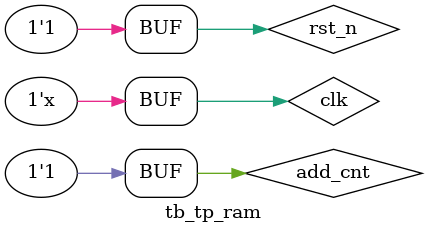
<source format=v>
`timescale 1ns / 1ps

module tb_tp_ram();

localparam DATA_WIDTH = 8;
localparam ADDR_WIDTH = 5;
localparam MAX_CNT = (2**ADDR_WIDTH) * 2;
localparam CNT_WIDTH = $clog2(MAX_CNT + 1);

reg clk;
reg rst_n;

initial begin
    clk = 0;
    rst_n = 0;
    #50
    rst_n = 1;
end

always #1 clk = ~clk;

reg[CNT_WIDTH:0] cnt;
always @ (posedge clk or negedge rst_n) begin
    if (rst_n == 1'b0) begin
        cnt <= 0;
    end
    else if (add_cnt) begin
        if (end_cnt)
            cnt <= 0;
        else
            cnt <= cnt + 1'b1;
    end
end

assign add_cnt = 1;
assign end_cnt = add_cnt && cnt == MAX_CNT - 1;

reg ram_wr_en;
reg [ADDR_WIDTH-1:0] ram_waddr;
reg [DATA_WIDTH-1:0] ram_wr_data;

reg ram_rd_en;
reg [ADDR_WIDTH-1:0] ram_raddr;
wire [DATA_WIDTH-1:0] ram_rd_data;

always @ (posedge clk or negedge rst_n) begin
    if (rst_n == 1'b0) begin
        ram_wr_en <= 0;
        ram_waddr <= 0;
        ram_wr_data <= 0;
    end
    else begin
        ram_wr_en <= (add_cnt && cnt < MAX_CNT/2) ? 1 : 0;
        ram_waddr <= (add_cnt && cnt < MAX_CNT/2) ? cnt : 0;
        ram_wr_data <= (add_cnt && cnt < MAX_CNT/2) ? cnt : 0;

        ram_rd_en <= (add_cnt && cnt >= MAX_CNT/2) ? 1 : 0;
        ram_raddr <= (add_cnt && cnt >= MAX_CNT/2) ? cnt - MAX_CNT/2 : 0;
    end
end

tp_ram #(
    .DATA_WIDTH(DATA_WIDTH),
    .ADDR_WIDTH(ADDR_WIDTH)
) u_tp_ram (
    .addrwr(ram_waddr),
    .addrrd(ram_raddr),
    .clkwr(clk),
    .clkrd(clk),
    .din(ram_wr_data),
    .rden(ram_rd_en),
    .wren(ram_wr_en),
    .dout(ram_rd_data)
    );

endmodule

</source>
